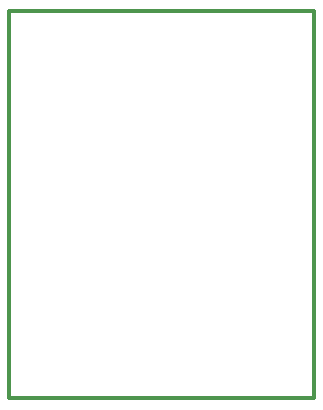
<source format=gko>
%FSTAX24Y24*%
%MOIN*%
G70*
G01*
G75*
G04 Layer_Color=16711935*
%ADD10R,0.0500X0.0550*%
%ADD11R,0.0910X0.0220*%
%ADD12C,0.0450*%
%ADD13C,0.0200*%
%ADD14C,0.0160*%
%ADD15C,0.0071*%
%ADD16R,0.1360X0.1360*%
%ADD17C,0.1360*%
%ADD18R,0.0850X0.0600*%
%ADD19O,0.0850X0.0600*%
%ADD20O,0.0600X0.0850*%
%ADD21R,0.0600X0.0850*%
%ADD22C,0.1380*%
%ADD23C,0.0060*%
%ADD24C,0.0100*%
%ADD25C,0.0040*%
%ADD26C,0.0050*%
%ADD27C,0.0070*%
%ADD28C,0.0030*%
%ADD29R,0.0580X0.0630*%
%ADD30R,0.0990X0.0300*%
%ADD31R,0.1440X0.1440*%
%ADD32C,0.1440*%
%ADD33R,0.0930X0.0680*%
%ADD34O,0.0930X0.0680*%
%ADD35O,0.0680X0.0930*%
%ADD36R,0.0680X0.0930*%
%ADD37C,0.1460*%
%ADD38C,0.0000*%
%ADD39C,0.0118*%
D39*
X0378Y0161D02*
Y029D01*
Y0161D02*
X04795D01*
Y029D01*
X0378D02*
X04795D01*
M02*

</source>
